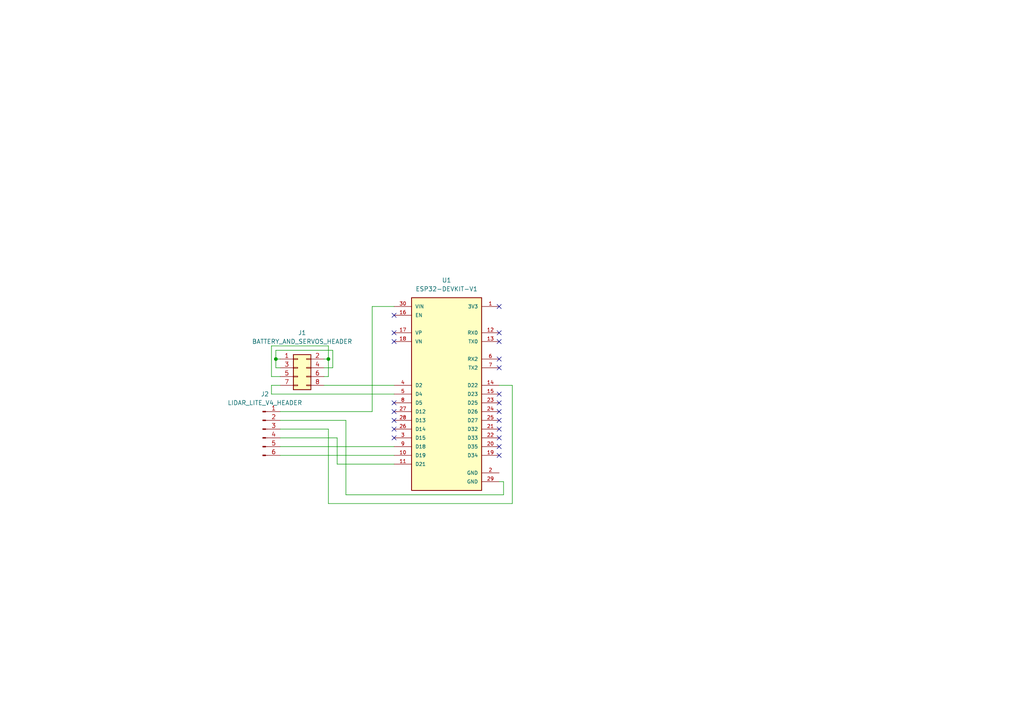
<source format=kicad_sch>
(kicad_sch (version 20230121) (generator eeschema)

  (uuid d6d6a5d9-c3b6-4bf4-b37f-572fa1c34039)

  (paper "A4")

  (lib_symbols
    (symbol "Connector:Conn_01x06_Pin" (pin_names (offset 1.016) hide) (in_bom yes) (on_board yes)
      (property "Reference" "J" (at 0 7.62 0)
        (effects (font (size 1.27 1.27)))
      )
      (property "Value" "Conn_01x06_Pin" (at 0 -10.16 0)
        (effects (font (size 1.27 1.27)))
      )
      (property "Footprint" "" (at 0 0 0)
        (effects (font (size 1.27 1.27)) hide)
      )
      (property "Datasheet" "~" (at 0 0 0)
        (effects (font (size 1.27 1.27)) hide)
      )
      (property "ki_locked" "" (at 0 0 0)
        (effects (font (size 1.27 1.27)))
      )
      (property "ki_keywords" "connector" (at 0 0 0)
        (effects (font (size 1.27 1.27)) hide)
      )
      (property "ki_description" "Generic connector, single row, 01x06, script generated" (at 0 0 0)
        (effects (font (size 1.27 1.27)) hide)
      )
      (property "ki_fp_filters" "Connector*:*_1x??_*" (at 0 0 0)
        (effects (font (size 1.27 1.27)) hide)
      )
      (symbol "Conn_01x06_Pin_1_1"
        (polyline
          (pts
            (xy 1.27 -7.62)
            (xy 0.8636 -7.62)
          )
          (stroke (width 0.1524) (type default))
          (fill (type none))
        )
        (polyline
          (pts
            (xy 1.27 -5.08)
            (xy 0.8636 -5.08)
          )
          (stroke (width 0.1524) (type default))
          (fill (type none))
        )
        (polyline
          (pts
            (xy 1.27 -2.54)
            (xy 0.8636 -2.54)
          )
          (stroke (width 0.1524) (type default))
          (fill (type none))
        )
        (polyline
          (pts
            (xy 1.27 0)
            (xy 0.8636 0)
          )
          (stroke (width 0.1524) (type default))
          (fill (type none))
        )
        (polyline
          (pts
            (xy 1.27 2.54)
            (xy 0.8636 2.54)
          )
          (stroke (width 0.1524) (type default))
          (fill (type none))
        )
        (polyline
          (pts
            (xy 1.27 5.08)
            (xy 0.8636 5.08)
          )
          (stroke (width 0.1524) (type default))
          (fill (type none))
        )
        (rectangle (start 0.8636 -7.493) (end 0 -7.747)
          (stroke (width 0.1524) (type default))
          (fill (type outline))
        )
        (rectangle (start 0.8636 -4.953) (end 0 -5.207)
          (stroke (width 0.1524) (type default))
          (fill (type outline))
        )
        (rectangle (start 0.8636 -2.413) (end 0 -2.667)
          (stroke (width 0.1524) (type default))
          (fill (type outline))
        )
        (rectangle (start 0.8636 0.127) (end 0 -0.127)
          (stroke (width 0.1524) (type default))
          (fill (type outline))
        )
        (rectangle (start 0.8636 2.667) (end 0 2.413)
          (stroke (width 0.1524) (type default))
          (fill (type outline))
        )
        (rectangle (start 0.8636 5.207) (end 0 4.953)
          (stroke (width 0.1524) (type default))
          (fill (type outline))
        )
        (pin passive line (at 5.08 5.08 180) (length 3.81)
          (name "Pin_1" (effects (font (size 1.27 1.27))))
          (number "1" (effects (font (size 1.27 1.27))))
        )
        (pin passive line (at 5.08 2.54 180) (length 3.81)
          (name "Pin_2" (effects (font (size 1.27 1.27))))
          (number "2" (effects (font (size 1.27 1.27))))
        )
        (pin passive line (at 5.08 0 180) (length 3.81)
          (name "Pin_3" (effects (font (size 1.27 1.27))))
          (number "3" (effects (font (size 1.27 1.27))))
        )
        (pin passive line (at 5.08 -2.54 180) (length 3.81)
          (name "Pin_4" (effects (font (size 1.27 1.27))))
          (number "4" (effects (font (size 1.27 1.27))))
        )
        (pin passive line (at 5.08 -5.08 180) (length 3.81)
          (name "Pin_5" (effects (font (size 1.27 1.27))))
          (number "5" (effects (font (size 1.27 1.27))))
        )
        (pin passive line (at 5.08 -7.62 180) (length 3.81)
          (name "Pin_6" (effects (font (size 1.27 1.27))))
          (number "6" (effects (font (size 1.27 1.27))))
        )
      )
    )
    (symbol "Connector_Generic:Conn_02x04_Odd_Even" (pin_names (offset 1.016) hide) (in_bom yes) (on_board yes)
      (property "Reference" "J" (at 1.27 5.08 0)
        (effects (font (size 1.27 1.27)))
      )
      (property "Value" "Conn_02x04_Odd_Even" (at 1.27 -7.62 0)
        (effects (font (size 1.27 1.27)))
      )
      (property "Footprint" "" (at 0 0 0)
        (effects (font (size 1.27 1.27)) hide)
      )
      (property "Datasheet" "~" (at 0 0 0)
        (effects (font (size 1.27 1.27)) hide)
      )
      (property "ki_keywords" "connector" (at 0 0 0)
        (effects (font (size 1.27 1.27)) hide)
      )
      (property "ki_description" "Generic connector, double row, 02x04, odd/even pin numbering scheme (row 1 odd numbers, row 2 even numbers), script generated (kicad-library-utils/schlib/autogen/connector/)" (at 0 0 0)
        (effects (font (size 1.27 1.27)) hide)
      )
      (property "ki_fp_filters" "Connector*:*_2x??_*" (at 0 0 0)
        (effects (font (size 1.27 1.27)) hide)
      )
      (symbol "Conn_02x04_Odd_Even_1_1"
        (rectangle (start -1.27 -4.953) (end 0 -5.207)
          (stroke (width 0.1524) (type default))
          (fill (type none))
        )
        (rectangle (start -1.27 -2.413) (end 0 -2.667)
          (stroke (width 0.1524) (type default))
          (fill (type none))
        )
        (rectangle (start -1.27 0.127) (end 0 -0.127)
          (stroke (width 0.1524) (type default))
          (fill (type none))
        )
        (rectangle (start -1.27 2.667) (end 0 2.413)
          (stroke (width 0.1524) (type default))
          (fill (type none))
        )
        (rectangle (start -1.27 3.81) (end 3.81 -6.35)
          (stroke (width 0.254) (type default))
          (fill (type background))
        )
        (rectangle (start 3.81 -4.953) (end 2.54 -5.207)
          (stroke (width 0.1524) (type default))
          (fill (type none))
        )
        (rectangle (start 3.81 -2.413) (end 2.54 -2.667)
          (stroke (width 0.1524) (type default))
          (fill (type none))
        )
        (rectangle (start 3.81 0.127) (end 2.54 -0.127)
          (stroke (width 0.1524) (type default))
          (fill (type none))
        )
        (rectangle (start 3.81 2.667) (end 2.54 2.413)
          (stroke (width 0.1524) (type default))
          (fill (type none))
        )
        (pin passive line (at -5.08 2.54 0) (length 3.81)
          (name "Pin_1" (effects (font (size 1.27 1.27))))
          (number "1" (effects (font (size 1.27 1.27))))
        )
        (pin passive line (at 7.62 2.54 180) (length 3.81)
          (name "Pin_2" (effects (font (size 1.27 1.27))))
          (number "2" (effects (font (size 1.27 1.27))))
        )
        (pin passive line (at -5.08 0 0) (length 3.81)
          (name "Pin_3" (effects (font (size 1.27 1.27))))
          (number "3" (effects (font (size 1.27 1.27))))
        )
        (pin passive line (at 7.62 0 180) (length 3.81)
          (name "Pin_4" (effects (font (size 1.27 1.27))))
          (number "4" (effects (font (size 1.27 1.27))))
        )
        (pin passive line (at -5.08 -2.54 0) (length 3.81)
          (name "Pin_5" (effects (font (size 1.27 1.27))))
          (number "5" (effects (font (size 1.27 1.27))))
        )
        (pin passive line (at 7.62 -2.54 180) (length 3.81)
          (name "Pin_6" (effects (font (size 1.27 1.27))))
          (number "6" (effects (font (size 1.27 1.27))))
        )
        (pin passive line (at -5.08 -5.08 0) (length 3.81)
          (name "Pin_7" (effects (font (size 1.27 1.27))))
          (number "7" (effects (font (size 1.27 1.27))))
        )
        (pin passive line (at 7.62 -5.08 180) (length 3.81)
          (name "Pin_8" (effects (font (size 1.27 1.27))))
          (number "8" (effects (font (size 1.27 1.27))))
        )
      )
    )
    (symbol "ESP32-DEVKIT-V1:ESP32-DEVKIT-V1" (pin_names (offset 1.016)) (in_bom yes) (on_board yes)
      (property "Reference" "U1" (at 0 33.02 0)
        (effects (font (size 1.27 1.27)))
      )
      (property "Value" "ESP32-DEVKIT-V1" (at 0 30.48 0)
        (effects (font (size 1.27 1.27)))
      )
      (property "Footprint" "ESP32-DEVKIT-V1 (1):MODULE_ESP32_DEVKIT_V1" (at 0 0 0)
        (effects (font (size 1.27 1.27)) (justify bottom) hide)
      )
      (property "Datasheet" "" (at 0 0 0)
        (effects (font (size 1.27 1.27)) hide)
      )
      (property "MF" "Do it" (at 0 0 0)
        (effects (font (size 1.27 1.27)) (justify bottom) hide)
      )
      (property "MAXIMUM_PACKAGE_HEIGHT" "6.8 mm" (at 0 0 0)
        (effects (font (size 1.27 1.27)) (justify bottom) hide)
      )
      (property "Package" "None" (at 0 0 0)
        (effects (font (size 1.27 1.27)) (justify bottom) hide)
      )
      (property "Price" "None" (at 0 0 0)
        (effects (font (size 1.27 1.27)) (justify bottom) hide)
      )
      (property "Check_prices" "https://www.snapeda.com/parts/ESP32-DEVKIT-V1/Do+it/view-part/?ref=eda" (at 0 0 0)
        (effects (font (size 1.27 1.27)) (justify bottom) hide)
      )
      (property "STANDARD" "Manufacturer Recommendations" (at 0 0 0)
        (effects (font (size 1.27 1.27)) (justify bottom) hide)
      )
      (property "PARTREV" "N/A" (at 0 0 0)
        (effects (font (size 1.27 1.27)) (justify bottom) hide)
      )
      (property "SnapEDA_Link" "https://www.snapeda.com/parts/ESP32-DEVKIT-V1/Do+it/view-part/?ref=snap" (at 0 0 0)
        (effects (font (size 1.27 1.27)) (justify bottom) hide)
      )
      (property "MP" "ESP32-DEVKIT-V1" (at 0 0 0)
        (effects (font (size 1.27 1.27)) (justify bottom) hide)
      )
      (property "Description" "\nDual core, Wi-Fi: 2.4 GHz up to 150 Mbits/s,BLE (Bluetooth Low Energy) and legacy Bluetooth, 32 bits, Up to 240 MHz\n" (at 0 0 0)
        (effects (font (size 1.27 1.27)) (justify bottom) hide)
      )
      (property "Availability" "Not in stock" (at 0 0 0)
        (effects (font (size 1.27 1.27)) (justify bottom) hide)
      )
      (property "MANUFACTURER" "DOIT" (at 0 0 0)
        (effects (font (size 1.27 1.27)) (justify bottom) hide)
      )
      (symbol "ESP32-DEVKIT-V1_0_0"
        (rectangle (start -10.16 -27.94) (end 10.16 27.94)
          (stroke (width 0.254) (type default))
          (fill (type background))
        )
        (pin output line (at 15.24 25.4 180) (length 5.08)
          (name "3V3" (effects (font (size 1.016 1.016))))
          (number "1" (effects (font (size 1.016 1.016))))
        )
        (pin bidirectional line (at -15.24 -17.78 0) (length 5.08)
          (name "D19" (effects (font (size 1.016 1.016))))
          (number "10" (effects (font (size 1.016 1.016))))
        )
        (pin bidirectional line (at -15.24 -20.32 0) (length 5.08)
          (name "D21" (effects (font (size 1.016 1.016))))
          (number "11" (effects (font (size 1.016 1.016))))
        )
        (pin input line (at 15.24 17.78 180) (length 5.08)
          (name "RX0" (effects (font (size 1.016 1.016))))
          (number "12" (effects (font (size 1.016 1.016))))
        )
        (pin output line (at 15.24 15.24 180) (length 5.08)
          (name "TX0" (effects (font (size 1.016 1.016))))
          (number "13" (effects (font (size 1.016 1.016))))
        )
        (pin bidirectional line (at 15.24 2.54 180) (length 5.08)
          (name "D22" (effects (font (size 1.016 1.016))))
          (number "14" (effects (font (size 1.016 1.016))))
        )
        (pin bidirectional line (at 15.24 0 180) (length 5.08)
          (name "D23" (effects (font (size 1.016 1.016))))
          (number "15" (effects (font (size 1.016 1.016))))
        )
        (pin input line (at -15.24 22.86 0) (length 5.08)
          (name "EN" (effects (font (size 1.016 1.016))))
          (number "16" (effects (font (size 1.016 1.016))))
        )
        (pin bidirectional line (at -15.24 17.78 0) (length 5.08)
          (name "VP" (effects (font (size 1.016 1.016))))
          (number "17" (effects (font (size 1.016 1.016))))
        )
        (pin bidirectional line (at -15.24 15.24 0) (length 5.08)
          (name "VN" (effects (font (size 1.016 1.016))))
          (number "18" (effects (font (size 1.016 1.016))))
        )
        (pin bidirectional line (at 15.24 -17.78 180) (length 5.08)
          (name "D34" (effects (font (size 1.016 1.016))))
          (number "19" (effects (font (size 1.016 1.016))))
        )
        (pin power_in line (at 15.24 -22.86 180) (length 5.08)
          (name "GND" (effects (font (size 1.016 1.016))))
          (number "2" (effects (font (size 1.016 1.016))))
        )
        (pin bidirectional line (at 15.24 -15.24 180) (length 5.08)
          (name "D35" (effects (font (size 1.016 1.016))))
          (number "20" (effects (font (size 1.016 1.016))))
        )
        (pin bidirectional line (at 15.24 -10.16 180) (length 5.08)
          (name "D32" (effects (font (size 1.016 1.016))))
          (number "21" (effects (font (size 1.016 1.016))))
        )
        (pin bidirectional line (at 15.24 -12.7 180) (length 5.08)
          (name "D33" (effects (font (size 1.016 1.016))))
          (number "22" (effects (font (size 1.016 1.016))))
        )
        (pin bidirectional line (at 15.24 -2.54 180) (length 5.08)
          (name "D25" (effects (font (size 1.016 1.016))))
          (number "23" (effects (font (size 1.016 1.016))))
        )
        (pin bidirectional line (at 15.24 -5.08 180) (length 5.08)
          (name "D26" (effects (font (size 1.016 1.016))))
          (number "24" (effects (font (size 1.016 1.016))))
        )
        (pin bidirectional line (at 15.24 -7.62 180) (length 5.08)
          (name "D27" (effects (font (size 1.016 1.016))))
          (number "25" (effects (font (size 1.016 1.016))))
        )
        (pin bidirectional line (at -15.24 -10.16 0) (length 5.08)
          (name "D14" (effects (font (size 1.016 1.016))))
          (number "26" (effects (font (size 1.016 1.016))))
        )
        (pin bidirectional line (at -15.24 -5.08 0) (length 5.08)
          (name "D12" (effects (font (size 1.016 1.016))))
          (number "27" (effects (font (size 1.016 1.016))))
        )
        (pin bidirectional line (at -15.24 -7.62 0) (length 5.08)
          (name "D13" (effects (font (size 1.016 1.016))))
          (number "28" (effects (font (size 1.016 1.016))))
        )
        (pin power_in line (at 15.24 -25.4 180) (length 5.08)
          (name "GND" (effects (font (size 1.016 1.016))))
          (number "29" (effects (font (size 1.016 1.016))))
        )
        (pin bidirectional line (at -15.24 -12.7 0) (length 5.08)
          (name "D15" (effects (font (size 1.016 1.016))))
          (number "3" (effects (font (size 1.016 1.016))))
        )
        (pin input line (at -15.24 25.4 0) (length 5.08)
          (name "VIN" (effects (font (size 1.016 1.016))))
          (number "30" (effects (font (size 1.016 1.016))))
        )
        (pin bidirectional line (at -15.24 2.54 0) (length 5.08)
          (name "D2" (effects (font (size 1.016 1.016))))
          (number "4" (effects (font (size 1.016 1.016))))
        )
        (pin bidirectional line (at -15.24 0 0) (length 5.08)
          (name "D4" (effects (font (size 1.016 1.016))))
          (number "5" (effects (font (size 1.016 1.016))))
        )
        (pin input line (at 15.24 10.16 180) (length 5.08)
          (name "RX2" (effects (font (size 1.016 1.016))))
          (number "6" (effects (font (size 1.016 1.016))))
        )
        (pin output line (at 15.24 7.62 180) (length 5.08)
          (name "TX2" (effects (font (size 1.016 1.016))))
          (number "7" (effects (font (size 1.016 1.016))))
        )
        (pin bidirectional line (at -15.24 -2.54 0) (length 5.08)
          (name "D5" (effects (font (size 1.016 1.016))))
          (number "8" (effects (font (size 1.016 1.016))))
        )
        (pin bidirectional line (at -15.24 -15.24 0) (length 5.08)
          (name "D18" (effects (font (size 1.016 1.016))))
          (number "9" (effects (font (size 1.016 1.016))))
        )
      )
    )
  )

  (junction (at 95.25 104.14) (diameter 0) (color 0 0 0 0)
    (uuid 0bec2423-f3cb-4c06-bd54-b0724b49553d)
  )
  (junction (at 80.01 104.14) (diameter 0) (color 0 0 0 0)
    (uuid 1f6f3be5-7f3c-4ef5-b1d4-339d677a1348)
  )

  (no_connect (at 114.3 116.84) (uuid 12681689-1011-4e0e-b798-c5d3271a949e))
  (no_connect (at 144.78 132.08) (uuid 241a9f0a-fe09-4b65-a6b2-d37db81fc95e))
  (no_connect (at 144.78 114.3) (uuid 2ab125e6-f172-4180-8696-0ee4f02673d2))
  (no_connect (at 114.3 124.46) (uuid 2ad54dd9-df26-43ea-830d-1a1ab12b0c96))
  (no_connect (at 144.78 124.46) (uuid 3f51bfaf-5da8-4b17-93e3-febab38ea72b))
  (no_connect (at 144.78 106.68) (uuid 42502ff5-ed59-4436-961e-df361b7cbdc2))
  (no_connect (at 114.3 96.52) (uuid 5b78bc91-a8f6-4816-8f15-546b14bbe0f3))
  (no_connect (at 114.3 91.44) (uuid 62d9df5c-4843-4e15-84fd-3dee424f7b36))
  (no_connect (at 144.78 96.52) (uuid 824c674e-b196-4adf-a0dc-52e753829d22))
  (no_connect (at 144.78 129.54) (uuid 8eaf68ac-d432-4cb9-bc67-414b322d5f6e))
  (no_connect (at 144.78 116.84) (uuid 8f9f63c1-5760-425f-a14f-3ed75e162b7f))
  (no_connect (at 144.78 119.38) (uuid 97b886bd-5881-4060-b17b-8450756e29dc))
  (no_connect (at 144.78 88.9) (uuid b2ad07c2-a9ed-4938-bc5d-fe582944f0ca))
  (no_connect (at 144.78 104.14) (uuid c6198571-abb2-4655-ac7b-679419336d0b))
  (no_connect (at 114.3 119.38) (uuid c816f66a-9943-43ab-a2b2-69709d3cf532))
  (no_connect (at 144.78 99.06) (uuid d50c9bd9-3002-4d81-bbaa-bdcb0146a009))
  (no_connect (at 114.3 99.06) (uuid dd8cfef2-0901-4755-8abd-8eb441c485bc))
  (no_connect (at 114.3 127) (uuid e1e4d986-bd13-42db-a56b-937d6327c341))
  (no_connect (at 144.78 121.92) (uuid e2d2d05f-1700-47e7-a488-34989fd08ea8))
  (no_connect (at 144.78 127) (uuid e33e6a76-7f81-4a42-8a5e-3eb4c8ca8827))
  (no_connect (at 114.3 121.92) (uuid fd4eada5-06b8-49ad-82b6-45ea9eadd823))

  (wire (pts (xy 114.3 134.62) (xy 97.79 134.62))
    (stroke (width 0) (type default))
    (uuid 0bb47cf5-f7ea-41d5-93db-fe408727c915)
  )
  (wire (pts (xy 107.95 88.9) (xy 107.95 119.38))
    (stroke (width 0) (type default))
    (uuid 0fd960f7-7351-4bde-b2e4-7013694744a1)
  )
  (wire (pts (xy 146.05 143.51) (xy 100.33 143.51))
    (stroke (width 0) (type default))
    (uuid 14a2116f-a0ba-4adb-9eee-ddf25ac7a79f)
  )
  (wire (pts (xy 144.78 139.7) (xy 146.05 139.7))
    (stroke (width 0) (type default))
    (uuid 17209f02-4615-4c6b-bd04-4a9d0d519a6f)
  )
  (wire (pts (xy 81.28 132.08) (xy 114.3 132.08))
    (stroke (width 0) (type default))
    (uuid 1f578c45-93b2-41a4-b84f-700fa3150184)
  )
  (wire (pts (xy 146.05 139.7) (xy 146.05 143.51))
    (stroke (width 0) (type default))
    (uuid 20bb6fad-7d90-4054-bad9-2930d4b1c5b7)
  )
  (wire (pts (xy 96.52 106.68) (xy 93.98 106.68))
    (stroke (width 0) (type default))
    (uuid 24b944b0-2f26-4c9a-b643-8284ab67409e)
  )
  (wire (pts (xy 81.28 127) (xy 97.79 127))
    (stroke (width 0) (type default))
    (uuid 24f977c5-ef39-49b5-aa81-c2918406d5d5)
  )
  (wire (pts (xy 95.25 109.22) (xy 95.25 104.14))
    (stroke (width 0) (type default))
    (uuid 2b27554a-4bd6-4077-a634-9a64214a89ba)
  )
  (wire (pts (xy 144.78 111.76) (xy 148.59 111.76))
    (stroke (width 0) (type default))
    (uuid 2b550192-b34e-44d7-bd2e-1d6b556e53ba)
  )
  (wire (pts (xy 107.95 119.38) (xy 81.28 119.38))
    (stroke (width 0) (type default))
    (uuid 30acaabd-6e10-4346-b5a1-2a1413065bdc)
  )
  (wire (pts (xy 148.59 111.76) (xy 148.59 146.05))
    (stroke (width 0) (type default))
    (uuid 36b461ce-b5fc-4b76-94a5-c058cf8e7719)
  )
  (wire (pts (xy 95.25 124.46) (xy 81.28 124.46))
    (stroke (width 0) (type default))
    (uuid 3a3b894d-8efb-4d20-b345-882c93593902)
  )
  (wire (pts (xy 81.28 129.54) (xy 114.3 129.54))
    (stroke (width 0) (type default))
    (uuid 3c473c9e-5fc6-42ea-ad25-6cc0a0d55f1c)
  )
  (wire (pts (xy 95.25 124.46) (xy 95.25 146.05))
    (stroke (width 0) (type default))
    (uuid 448249d4-3f2d-4a5e-b0ac-f21306028587)
  )
  (wire (pts (xy 93.98 111.76) (xy 114.3 111.76))
    (stroke (width 0) (type default))
    (uuid 44dec043-5c64-4ac1-b880-f6d7c8a66f80)
  )
  (wire (pts (xy 78.74 109.22) (xy 81.28 109.22))
    (stroke (width 0) (type default))
    (uuid 59d7ffa8-3270-4955-a0f6-55e8d6e89e5b)
  )
  (wire (pts (xy 78.74 111.76) (xy 81.28 111.76))
    (stroke (width 0) (type default))
    (uuid 5b031a02-1099-4eb9-92ba-b47ff2ef52f3)
  )
  (wire (pts (xy 78.74 114.3) (xy 78.74 111.76))
    (stroke (width 0) (type default))
    (uuid 6130a56d-223a-4fd4-920c-3d64397babc2)
  )
  (wire (pts (xy 78.74 100.33) (xy 78.74 109.22))
    (stroke (width 0) (type default))
    (uuid 629b1368-a789-444f-ac09-ca133a35da22)
  )
  (wire (pts (xy 100.33 143.51) (xy 100.33 121.92))
    (stroke (width 0) (type default))
    (uuid 646bfbfe-6ce8-4e89-a866-f9f61275e054)
  )
  (wire (pts (xy 96.52 101.6) (xy 80.01 101.6))
    (stroke (width 0) (type default))
    (uuid 69e5a5f2-cbfd-4062-9913-79bfacf60ea8)
  )
  (wire (pts (xy 93.98 104.14) (xy 95.25 104.14))
    (stroke (width 0) (type default))
    (uuid 75c2bd9e-2508-4cbf-92b1-0613232c8529)
  )
  (wire (pts (xy 96.52 106.68) (xy 96.52 101.6))
    (stroke (width 0) (type default))
    (uuid 7e512f66-fcf5-40a8-ad67-6a6ab08ad4d5)
  )
  (wire (pts (xy 81.28 104.14) (xy 80.01 104.14))
    (stroke (width 0) (type default))
    (uuid 7fc97960-ef5c-47fb-be24-9827a874cdfd)
  )
  (wire (pts (xy 100.33 121.92) (xy 81.28 121.92))
    (stroke (width 0) (type default))
    (uuid 8c58a815-6775-4626-9095-3a94c4d39552)
  )
  (wire (pts (xy 80.01 104.14) (xy 80.01 106.68))
    (stroke (width 0) (type default))
    (uuid 9f268a53-d876-4891-8398-ce1125df564f)
  )
  (wire (pts (xy 95.25 104.14) (xy 95.25 100.33))
    (stroke (width 0) (type default))
    (uuid bef1149b-5ff9-4e94-b9b8-23eae451d1a0)
  )
  (wire (pts (xy 93.98 109.22) (xy 95.25 109.22))
    (stroke (width 0) (type default))
    (uuid c38d8e77-5f21-4c9c-b121-5fa0d0486406)
  )
  (wire (pts (xy 78.74 114.3) (xy 114.3 114.3))
    (stroke (width 0) (type default))
    (uuid d08be626-186c-4073-a5ab-01031cf8d005)
  )
  (wire (pts (xy 80.01 101.6) (xy 80.01 104.14))
    (stroke (width 0) (type default))
    (uuid d724c5e3-918d-4ecb-a115-28d9f14ed5f5)
  )
  (wire (pts (xy 114.3 88.9) (xy 107.95 88.9))
    (stroke (width 0) (type default))
    (uuid d7dab18b-518b-4074-92b0-8a3b4ebea525)
  )
  (wire (pts (xy 80.01 106.68) (xy 81.28 106.68))
    (stroke (width 0) (type default))
    (uuid d9c48fb7-4b21-4344-ac17-622fb13e99ba)
  )
  (wire (pts (xy 97.79 134.62) (xy 97.79 127))
    (stroke (width 0) (type default))
    (uuid e3194afc-9798-4bbc-98f6-87886f31afff)
  )
  (wire (pts (xy 78.74 100.33) (xy 95.25 100.33))
    (stroke (width 0) (type default))
    (uuid edd945db-634c-431d-b6f7-dff30e12e6b3)
  )
  (wire (pts (xy 148.59 146.05) (xy 95.25 146.05))
    (stroke (width 0) (type default))
    (uuid f429720f-669c-469e-88c7-310431a6d5a2)
  )

  (symbol (lib_id "ESP32-DEVKIT-V1:ESP32-DEVKIT-V1") (at 129.54 114.3 0) (unit 1)
    (in_bom yes) (on_board yes) (dnp no) (fields_autoplaced)
    (uuid 15402361-cc08-4d64-bcf3-db1236f29d85)
    (property "Reference" "U1" (at 129.54 81.28 0)
      (effects (font (size 1.27 1.27)))
    )
    (property "Value" "ESP32-DEVKIT-V1" (at 129.54 83.82 0)
      (effects (font (size 1.27 1.27)))
    )
    (property "Footprint" "ESP32-DEVKIT-V1 (1):MODULE_ESP32_DEVKIT_V1" (at 129.54 114.3 0)
      (effects (font (size 1.27 1.27)) (justify bottom) hide)
    )
    (property "Datasheet" "" (at 129.54 114.3 0)
      (effects (font (size 1.27 1.27)) hide)
    )
    (property "MF" "Do it" (at 129.54 114.3 0)
      (effects (font (size 1.27 1.27)) (justify bottom) hide)
    )
    (property "MAXIMUM_PACKAGE_HEIGHT" "6.8 mm" (at 129.54 114.3 0)
      (effects (font (size 1.27 1.27)) (justify bottom) hide)
    )
    (property "Package" "None" (at 129.54 114.3 0)
      (effects (font (size 1.27 1.27)) (justify bottom) hide)
    )
    (property "Price" "None" (at 129.54 114.3 0)
      (effects (font (size 1.27 1.27)) (justify bottom) hide)
    )
    (property "Check_prices" "https://www.snapeda.com/parts/ESP32-DEVKIT-V1/Do+it/view-part/?ref=eda" (at 129.54 114.3 0)
      (effects (font (size 1.27 1.27)) (justify bottom) hide)
    )
    (property "STANDARD" "Manufacturer Recommendations" (at 129.54 114.3 0)
      (effects (font (size 1.27 1.27)) (justify bottom) hide)
    )
    (property "PARTREV" "N/A" (at 129.54 114.3 0)
      (effects (font (size 1.27 1.27)) (justify bottom) hide)
    )
    (property "SnapEDA_Link" "https://www.snapeda.com/parts/ESP32-DEVKIT-V1/Do+it/view-part/?ref=snap" (at 129.54 114.3 0)
      (effects (font (size 1.27 1.27)) (justify bottom) hide)
    )
    (property "MP" "ESP32-DEVKIT-V1" (at 129.54 114.3 0)
      (effects (font (size 1.27 1.27)) (justify bottom) hide)
    )
    (property "Description" "\nDual core, Wi-Fi: 2.4 GHz up to 150 Mbits/s,BLE (Bluetooth Low Energy) and legacy Bluetooth, 32 bits, Up to 240 MHz\n" (at 129.54 114.3 0)
      (effects (font (size 1.27 1.27)) (justify bottom) hide)
    )
    (property "Availability" "Not in stock" (at 129.54 114.3 0)
      (effects (font (size 1.27 1.27)) (justify bottom) hide)
    )
    (property "MANUFACTURER" "DOIT" (at 129.54 114.3 0)
      (effects (font (size 1.27 1.27)) (justify bottom) hide)
    )
    (pin "8" (uuid ff12cdb3-0bf2-458d-87b6-3c78808fe6b4))
    (pin "9" (uuid bb7980dd-e5fe-44e2-a5ad-26895a4ded96))
    (pin "7" (uuid 47ff2363-7d8b-4900-b01f-40820b6abf38))
    (pin "12" (uuid abf069c4-8a10-4c54-ab82-45745b9ec280))
    (pin "18" (uuid 9072fa35-1e8c-4b33-90d5-541bcf89bed1))
    (pin "19" (uuid a181c30a-c866-425b-bfda-6aa924f32489))
    (pin "14" (uuid 1e5b7fdf-5d72-4a0d-9100-36bf50d1cfa5))
    (pin "13" (uuid 2ea57e0b-49f8-48b7-8ace-a80950ecb278))
    (pin "24" (uuid 98e10597-6c3a-4bb2-bc76-c64d1591fc84))
    (pin "1" (uuid 11ceb3b4-0462-4ed1-8699-64737b4f9085))
    (pin "27" (uuid 94441f9f-19dd-46ac-9ddb-5208581dab8f))
    (pin "25" (uuid 4c6dfca9-2e87-45b7-9945-c6617a9403de))
    (pin "28" (uuid 7b3fd54c-71f8-4154-b001-f979c3cacf0a))
    (pin "16" (uuid 63539719-5fdb-4279-96b6-0b634afb1118))
    (pin "29" (uuid 7a28b528-ee52-4915-9afe-deac3447b725))
    (pin "3" (uuid e24ccc68-2c6f-4ac8-9d2f-c2ab885d389b))
    (pin "22" (uuid e0a677f4-a968-45fe-a679-ac28fb75ad43))
    (pin "10" (uuid e41f0a39-9200-4dd4-9140-f6cf20c064c1))
    (pin "2" (uuid e6241cad-7528-4d91-9a3a-46ff2903a9a6))
    (pin "30" (uuid 4941053d-125b-402b-bb14-c35520c1e328))
    (pin "11" (uuid 343284bf-8e3b-4aac-b6d2-651b671f9211))
    (pin "26" (uuid 68a38e8f-5176-459a-b504-6fff806d4c73))
    (pin "4" (uuid b2727d57-6817-4d02-9ade-91611f0212ac))
    (pin "17" (uuid 84630ea8-e4b0-43b5-be0c-c53e67cf3dd1))
    (pin "5" (uuid c046c3c0-cb63-4835-94e0-865587272de9))
    (pin "6" (uuid 73ba2ad9-3217-456c-9b7c-911ecbd44443))
    (pin "15" (uuid 3f28218d-0ddd-4521-9a6b-ff993ebc89ee))
    (pin "21" (uuid af4a3858-5183-41f6-8c0f-eef79ef27398))
    (pin "20" (uuid e3fe1f0b-b4df-43c0-9c3f-efb58ab334d1))
    (pin "23" (uuid fddfe59a-3284-47eb-9319-5b7068dac34f))
    (instances
      (project "patka"
        (path "/d6d6a5d9-c3b6-4bf4-b37f-572fa1c34039"
          (reference "U1") (unit 1)
        )
      )
    )
  )

  (symbol (lib_id "Connector_Generic:Conn_02x04_Odd_Even") (at 86.36 106.68 0) (unit 1)
    (in_bom yes) (on_board yes) (dnp no)
    (uuid 9dcff896-4ab3-4d3a-8b4a-ea44e07c30f2)
    (property "Reference" "J1" (at 87.63 96.52 0)
      (effects (font (size 1.27 1.27)))
    )
    (property "Value" "BATTERY_AND_SERVOS_HEADER" (at 87.63 99.06 0)
      (effects (font (size 1.27 1.27)))
    )
    (property "Footprint" "Connector_PinHeader_2.54mm:PinHeader_2x04_P2.54mm_Vertical" (at 86.36 106.68 0)
      (effects (font (size 1.27 1.27)) hide)
    )
    (property "Datasheet" "~" (at 86.36 106.68 0)
      (effects (font (size 1.27 1.27)) hide)
    )
    (pin "4" (uuid d35637f4-0b6f-4cbe-b335-7674ddb931ae))
    (pin "7" (uuid adee730b-e102-47bf-9088-14aea8754a66))
    (pin "2" (uuid cc02949b-554e-459a-b7b3-92c74c4dc665))
    (pin "1" (uuid fd886c36-d524-4169-99e9-972c999ca1cb))
    (pin "3" (uuid 0d9af9ec-5ad7-4d20-8e7b-bb17d413ea68))
    (pin "5" (uuid 8f42c982-9966-4913-97d1-1e08c3bd625b))
    (pin "8" (uuid d44d129e-86f5-4d2e-8370-5a1896a16762))
    (pin "6" (uuid c9e27315-b746-4ba3-a158-deafd905a07a))
    (instances
      (project "patka"
        (path "/d6d6a5d9-c3b6-4bf4-b37f-572fa1c34039"
          (reference "J1") (unit 1)
        )
      )
    )
  )

  (symbol (lib_id "Connector:Conn_01x06_Pin") (at 76.2 124.46 0) (unit 1)
    (in_bom yes) (on_board yes) (dnp no) (fields_autoplaced)
    (uuid f0b7be32-c178-4153-9cff-75cbf62f24a7)
    (property "Reference" "J2" (at 76.835 114.3 0)
      (effects (font (size 1.27 1.27)))
    )
    (property "Value" "LIDAR_LITE_V4_HEADER" (at 76.835 116.84 0)
      (effects (font (size 1.27 1.27)))
    )
    (property "Footprint" "Connector_PinHeader_2.54mm:PinHeader_1x06_P2.54mm_Vertical" (at 76.2 124.46 0)
      (effects (font (size 1.27 1.27)) hide)
    )
    (property "Datasheet" "~" (at 76.2 124.46 0)
      (effects (font (size 1.27 1.27)) hide)
    )
    (pin "4" (uuid 50d8d9c7-608e-4864-a276-f8bed9f4c795))
    (pin "6" (uuid 793760d8-f8ef-4e37-8a68-c69d156c54f9))
    (pin "1" (uuid 7cf02415-3298-4790-84ba-346f2eaaa24b))
    (pin "5" (uuid a0dd32dc-c086-41f2-8700-be1150397039))
    (pin "2" (uuid ce15e0f5-8654-45c2-b636-97af94514464))
    (pin "3" (uuid b64082f4-1c10-4e48-a030-261e5c29961e))
    (instances
      (project "patka"
        (path "/d6d6a5d9-c3b6-4bf4-b37f-572fa1c34039"
          (reference "J2") (unit 1)
        )
      )
    )
  )

  (sheet_instances
    (path "/" (page "1"))
  )
)

</source>
